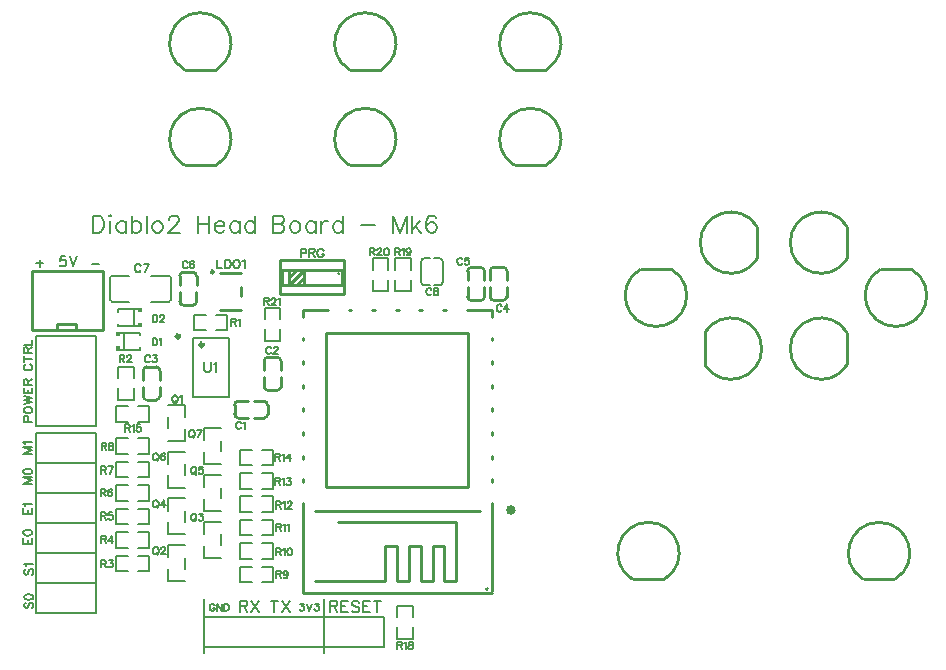
<source format=gto>
G04 Layer: TopSilkscreenLayer*
G04 EasyEDA v6.5.1, 2022-03-27 00:01:15*
G04 cc65af8350e74c879d8fba7fd4beee03,7d3f4a13764643a7838717c5c1d40531,10*
G04 Gerber Generator version 0.2*
G04 Scale: 100 percent, Rotated: No, Reflected: No *
G04 Dimensions in inches *
G04 leading zeros omitted , absolute positions ,3 integer and 6 decimal *
%FSLAX36Y36*%
%MOIN*%

%ADD10C,0.0100*%
%ADD16C,0.0060*%
%ADD38C,0.0080*%
%ADD39C,0.0080*%
%ADD40C,0.0071*%
%ADD41C,0.0060*%
%ADD42C,0.0157*%
%ADD43C,0.0118*%
%ADD44C,0.0050*%

%LPD*%
D44*
X1262500Y47139D02*
G01*
X1262500Y23339D01*
X1262500Y47139D02*
G01*
X1272700Y47139D01*
X1276099Y46039D01*
X1277299Y44940D01*
X1278400Y42640D01*
X1278400Y40340D01*
X1277299Y38040D01*
X1276099Y36939D01*
X1272700Y35839D01*
X1262500Y35839D01*
X1270500Y35839D02*
G01*
X1278400Y23339D01*
X1285900Y42640D02*
G01*
X1288199Y43739D01*
X1291599Y47139D01*
X1291599Y23339D01*
X1304799Y47139D02*
G01*
X1301400Y46039D01*
X1300200Y43739D01*
X1300200Y41439D01*
X1301400Y39239D01*
X1303599Y38040D01*
X1308199Y36939D01*
X1311599Y35839D01*
X1313900Y33539D01*
X1315000Y31239D01*
X1315000Y27840D01*
X1313900Y25540D01*
X1312700Y24439D01*
X1309300Y23339D01*
X1304799Y23339D01*
X1301400Y24439D01*
X1300200Y25540D01*
X1299099Y27840D01*
X1299099Y31239D01*
X1300200Y33539D01*
X1302500Y35839D01*
X1305900Y36939D01*
X1310500Y38040D01*
X1312700Y39239D01*
X1313900Y41439D01*
X1313900Y43739D01*
X1312700Y46039D01*
X1309300Y47139D01*
X1304799Y47139D01*
D38*
X246900Y1468274D02*
G01*
X246900Y1411075D01*
X246900Y1468274D02*
G01*
X265999Y1468274D01*
X274200Y1465574D01*
X279600Y1460174D01*
X282300Y1454675D01*
X285100Y1446475D01*
X285100Y1432874D01*
X282300Y1424675D01*
X279600Y1419274D01*
X274200Y1413775D01*
X265999Y1411075D01*
X246900Y1411075D01*
X303099Y1468274D02*
G01*
X305799Y1465574D01*
X308499Y1468274D01*
X305799Y1471075D01*
X303099Y1468274D01*
X305799Y1449274D02*
G01*
X305799Y1411075D01*
X359200Y1449274D02*
G01*
X359200Y1411075D01*
X359200Y1441075D02*
G01*
X353800Y1446475D01*
X348299Y1449274D01*
X340199Y1449274D01*
X334699Y1446475D01*
X329200Y1441075D01*
X326500Y1432874D01*
X326500Y1427375D01*
X329200Y1419274D01*
X334699Y1413775D01*
X340199Y1411075D01*
X348299Y1411075D01*
X353800Y1413775D01*
X359200Y1419274D01*
X377199Y1468274D02*
G01*
X377199Y1411075D01*
X377199Y1441075D02*
G01*
X382699Y1446475D01*
X388200Y1449274D01*
X396300Y1449274D01*
X401799Y1446475D01*
X407199Y1441075D01*
X410000Y1432874D01*
X410000Y1427375D01*
X407199Y1419274D01*
X401799Y1413775D01*
X396300Y1411075D01*
X388200Y1411075D01*
X382699Y1413775D01*
X377199Y1419274D01*
X428000Y1468274D02*
G01*
X428000Y1411075D01*
X459600Y1449274D02*
G01*
X454200Y1446475D01*
X448699Y1441075D01*
X445999Y1432874D01*
X445999Y1427375D01*
X448699Y1419274D01*
X454200Y1413775D01*
X459600Y1411075D01*
X467800Y1411075D01*
X473200Y1413775D01*
X478699Y1419274D01*
X481399Y1427375D01*
X481399Y1432874D01*
X478699Y1441075D01*
X473200Y1446475D01*
X467800Y1449274D01*
X459600Y1449274D01*
X502199Y1454675D02*
G01*
X502199Y1457375D01*
X504899Y1462874D01*
X507600Y1465574D01*
X513099Y1468274D01*
X524000Y1468274D01*
X529400Y1465574D01*
X532199Y1462874D01*
X534899Y1457375D01*
X534899Y1451975D01*
X532199Y1446475D01*
X526700Y1438274D01*
X499400Y1411075D01*
X537600Y1411075D01*
X597600Y1468274D02*
G01*
X597600Y1411075D01*
X635799Y1468274D02*
G01*
X635799Y1411075D01*
X597600Y1441075D02*
G01*
X635799Y1441075D01*
X653800Y1432874D02*
G01*
X686500Y1432874D01*
X686500Y1438274D01*
X683800Y1443775D01*
X681100Y1446475D01*
X675599Y1449274D01*
X667399Y1449274D01*
X661999Y1446475D01*
X656500Y1441075D01*
X653800Y1432874D01*
X653800Y1427375D01*
X656500Y1419274D01*
X661999Y1413775D01*
X667399Y1411075D01*
X675599Y1411075D01*
X681100Y1413775D01*
X686500Y1419274D01*
X737199Y1449274D02*
G01*
X737199Y1411075D01*
X737199Y1441075D02*
G01*
X731799Y1446475D01*
X726300Y1449274D01*
X718200Y1449274D01*
X712699Y1446475D01*
X707199Y1441075D01*
X704499Y1432874D01*
X704499Y1427375D01*
X707199Y1419274D01*
X712699Y1413775D01*
X718200Y1411075D01*
X726300Y1411075D01*
X731799Y1413775D01*
X737199Y1419274D01*
X788000Y1468274D02*
G01*
X788000Y1411075D01*
X788000Y1441075D02*
G01*
X782500Y1446475D01*
X777100Y1449274D01*
X768900Y1449274D01*
X763400Y1446475D01*
X758000Y1441075D01*
X755199Y1432874D01*
X755199Y1427375D01*
X758000Y1419274D01*
X763400Y1413775D01*
X768900Y1411075D01*
X777100Y1411075D01*
X782500Y1413775D01*
X788000Y1419274D01*
X848000Y1468274D02*
G01*
X848000Y1411075D01*
X848000Y1468274D02*
G01*
X872500Y1468274D01*
X880699Y1465574D01*
X883400Y1462874D01*
X886199Y1457375D01*
X886199Y1451975D01*
X883400Y1446475D01*
X880699Y1443775D01*
X872500Y1441075D01*
X848000Y1441075D02*
G01*
X872500Y1441075D01*
X880699Y1438274D01*
X883400Y1435574D01*
X886199Y1430174D01*
X886199Y1421975D01*
X883400Y1416475D01*
X880699Y1413775D01*
X872500Y1411075D01*
X848000Y1411075D01*
X917799Y1449274D02*
G01*
X912299Y1446475D01*
X906899Y1441075D01*
X904200Y1432874D01*
X904200Y1427375D01*
X906899Y1419274D01*
X912299Y1413775D01*
X917799Y1411075D01*
X926000Y1411075D01*
X931400Y1413775D01*
X936899Y1419274D01*
X939600Y1427375D01*
X939600Y1432874D01*
X936899Y1441075D01*
X931400Y1446475D01*
X926000Y1449274D01*
X917799Y1449274D01*
X990299Y1449274D02*
G01*
X990299Y1411075D01*
X990299Y1441075D02*
G01*
X984899Y1446475D01*
X979399Y1449274D01*
X971199Y1449274D01*
X965799Y1446475D01*
X960299Y1441075D01*
X957600Y1432874D01*
X957600Y1427375D01*
X960299Y1419274D01*
X965799Y1413775D01*
X971199Y1411075D01*
X979399Y1411075D01*
X984899Y1413775D01*
X990299Y1419274D01*
X1008299Y1449274D02*
G01*
X1008299Y1411075D01*
X1008299Y1432874D02*
G01*
X1011099Y1441075D01*
X1016499Y1446475D01*
X1021999Y1449274D01*
X1030200Y1449274D01*
X1080900Y1468274D02*
G01*
X1080900Y1411075D01*
X1080900Y1441075D02*
G01*
X1075399Y1446475D01*
X1070000Y1449274D01*
X1061800Y1449274D01*
X1056300Y1446475D01*
X1050900Y1441075D01*
X1048199Y1432874D01*
X1048199Y1427375D01*
X1050900Y1419274D01*
X1056300Y1413775D01*
X1061800Y1411075D01*
X1070000Y1411075D01*
X1075399Y1413775D01*
X1080900Y1419274D01*
X1140900Y1435574D02*
G01*
X1190000Y1435574D01*
X1250000Y1468274D02*
G01*
X1250000Y1411075D01*
X1250000Y1468274D02*
G01*
X1271800Y1411075D01*
X1293599Y1468274D02*
G01*
X1271800Y1411075D01*
X1293599Y1468274D02*
G01*
X1293599Y1411075D01*
X1311599Y1468274D02*
G01*
X1311599Y1411075D01*
X1338900Y1449274D02*
G01*
X1311599Y1421975D01*
X1322500Y1432874D02*
G01*
X1341599Y1411075D01*
X1392299Y1460174D02*
G01*
X1389600Y1465574D01*
X1381400Y1468274D01*
X1376000Y1468274D01*
X1367799Y1465574D01*
X1362299Y1457375D01*
X1359600Y1443775D01*
X1359600Y1430174D01*
X1362299Y1419274D01*
X1367799Y1413775D01*
X1376000Y1411075D01*
X1378699Y1411075D01*
X1386899Y1413775D01*
X1392299Y1419274D01*
X1395100Y1427375D01*
X1395100Y1430174D01*
X1392299Y1438274D01*
X1386899Y1443775D01*
X1378699Y1446475D01*
X1376000Y1446475D01*
X1367799Y1443775D01*
X1362299Y1438274D01*
X1359600Y1430174D01*
D16*
X17220Y781269D02*
G01*
X45819Y781269D01*
X17220Y781269D02*
G01*
X17220Y793569D01*
X18620Y797669D01*
X19920Y799070D01*
X22719Y800369D01*
X26819Y800369D01*
X29520Y799070D01*
X30819Y797669D01*
X32220Y793569D01*
X32220Y781269D01*
X17220Y817570D02*
G01*
X18620Y814870D01*
X21320Y812069D01*
X24020Y810770D01*
X28119Y809369D01*
X34920Y809369D01*
X39020Y810770D01*
X41819Y812069D01*
X44520Y814870D01*
X45819Y817570D01*
X45819Y823069D01*
X44520Y825770D01*
X41819Y828470D01*
X39020Y829870D01*
X34920Y831170D01*
X28119Y831170D01*
X24020Y829870D01*
X21320Y828470D01*
X18620Y825770D01*
X17220Y823069D01*
X17220Y817570D01*
X17220Y840169D02*
G01*
X45819Y847069D01*
X17220Y853870D02*
G01*
X45819Y847069D01*
X17220Y853870D02*
G01*
X45819Y860670D01*
X17220Y867469D02*
G01*
X45819Y860670D01*
X17220Y876469D02*
G01*
X45819Y876469D01*
X17220Y876469D02*
G01*
X17220Y894169D01*
X30819Y876469D02*
G01*
X30819Y887370D01*
X45819Y876469D02*
G01*
X45819Y894169D01*
X17220Y903170D02*
G01*
X45819Y903170D01*
X17220Y903170D02*
G01*
X17220Y915470D01*
X18620Y919569D01*
X19920Y920970D01*
X22719Y922269D01*
X25419Y922269D01*
X28119Y920970D01*
X29520Y919569D01*
X30819Y915470D01*
X30819Y903170D01*
X30819Y912770D02*
G01*
X45819Y922269D01*
X24020Y972770D02*
G01*
X21320Y971370D01*
X18620Y968670D01*
X17220Y965970D01*
X17220Y960470D01*
X18620Y957770D01*
X21320Y955070D01*
X24020Y953670D01*
X28119Y952269D01*
X34920Y952269D01*
X39020Y953670D01*
X41819Y955070D01*
X44520Y957770D01*
X45819Y960470D01*
X45819Y965970D01*
X44520Y968670D01*
X41819Y971370D01*
X39020Y972770D01*
X17220Y991269D02*
G01*
X45819Y991269D01*
X17220Y981770D02*
G01*
X17220Y1000869D01*
X17220Y1009870D02*
G01*
X45819Y1009870D01*
X17220Y1009870D02*
G01*
X17220Y1022069D01*
X18620Y1026170D01*
X19920Y1027570D01*
X22719Y1028969D01*
X25419Y1028969D01*
X28119Y1027570D01*
X29520Y1026170D01*
X30819Y1022069D01*
X30819Y1009870D01*
X30819Y1019369D02*
G01*
X45819Y1028969D01*
X17220Y1037970D02*
G01*
X45819Y1037970D01*
X45819Y1037970D02*
G01*
X45819Y1054270D01*
X58164Y1309189D02*
G01*
X82764Y1309189D01*
X70464Y1296889D02*
G01*
X70464Y1321390D01*
X156570Y1332204D02*
G01*
X140670Y1332204D01*
X139070Y1317905D01*
X140670Y1319504D01*
X145470Y1321104D01*
X150270Y1321104D01*
X154969Y1319504D01*
X158170Y1316305D01*
X159769Y1311505D01*
X159769Y1308305D01*
X158170Y1303604D01*
X154969Y1300405D01*
X150270Y1298805D01*
X145470Y1298805D01*
X140670Y1300405D01*
X139070Y1302004D01*
X137469Y1305104D01*
X170270Y1332204D02*
G01*
X182970Y1298805D01*
X195770Y1332204D02*
G01*
X182970Y1298805D01*
X268750Y1307966D02*
G01*
X244205Y1307966D01*
D44*
X939774Y175275D02*
G01*
X952274Y175275D01*
X945474Y166174D01*
X948874Y166174D01*
X951175Y164974D01*
X952274Y163874D01*
X953374Y160475D01*
X953374Y158175D01*
X952274Y154774D01*
X949975Y152474D01*
X946575Y151374D01*
X943175Y151374D01*
X939774Y152474D01*
X938675Y153674D01*
X937475Y155875D01*
X960874Y175275D02*
G01*
X969975Y151374D01*
X979075Y175275D02*
G01*
X969975Y151374D01*
X988874Y175275D02*
G01*
X1001374Y175275D01*
X994575Y166174D01*
X997974Y166174D01*
X1000275Y164974D01*
X1001374Y163874D01*
X1002475Y160475D01*
X1002475Y158175D01*
X1001374Y154774D01*
X999075Y152474D01*
X995675Y151374D01*
X992274Y151374D01*
X988874Y152474D01*
X987775Y153674D01*
X986575Y155875D01*
D16*
X853352Y184113D02*
G01*
X853352Y145931D01*
X840625Y184113D02*
G01*
X866080Y184113D01*
X878079Y184113D02*
G01*
X903533Y145931D01*
X903533Y184113D02*
G01*
X878079Y145931D01*
X737510Y184113D02*
G01*
X737510Y145931D01*
X737510Y184113D02*
G01*
X753874Y184113D01*
X759328Y182294D01*
X761145Y180477D01*
X762965Y176840D01*
X762965Y173204D01*
X761145Y169567D01*
X759328Y167750D01*
X753874Y165931D01*
X737510Y165931D01*
X750237Y165931D02*
G01*
X762965Y145931D01*
X774965Y184113D02*
G01*
X800419Y145931D01*
X800419Y184113D02*
G01*
X774965Y145931D01*
D44*
X654499Y169499D02*
G01*
X653400Y171799D01*
X651100Y174099D01*
X648899Y175199D01*
X644299Y175199D01*
X641999Y174099D01*
X639800Y171799D01*
X638600Y169499D01*
X637500Y166100D01*
X637500Y160500D01*
X638600Y156999D01*
X639800Y154800D01*
X641999Y152500D01*
X644299Y151399D01*
X648899Y151399D01*
X651100Y152500D01*
X653400Y154800D01*
X654499Y156999D01*
X654499Y160500D01*
X648899Y160500D02*
G01*
X654499Y160500D01*
X661999Y175199D02*
G01*
X661999Y151399D01*
X661999Y175199D02*
G01*
X678000Y151399D01*
X678000Y175199D02*
G01*
X678000Y151399D01*
X685500Y175199D02*
G01*
X685500Y151399D01*
X685500Y175199D02*
G01*
X693400Y175199D01*
X696799Y174099D01*
X699099Y171799D01*
X700199Y169499D01*
X701399Y166100D01*
X701399Y160500D01*
X700199Y156999D01*
X699099Y154800D01*
X696799Y152500D01*
X693400Y151399D01*
X685500Y151399D01*
X1376450Y1221095D02*
G01*
X1375249Y1223395D01*
X1373050Y1225695D01*
X1370749Y1226795D01*
X1366149Y1226795D01*
X1363950Y1225695D01*
X1361649Y1223395D01*
X1360550Y1221095D01*
X1359350Y1217694D01*
X1359350Y1212094D01*
X1360550Y1208595D01*
X1361649Y1206395D01*
X1363950Y1204095D01*
X1366149Y1202995D01*
X1370749Y1202995D01*
X1373050Y1204095D01*
X1375249Y1206395D01*
X1376450Y1208595D01*
X1389650Y1226795D02*
G01*
X1386149Y1225695D01*
X1385050Y1223395D01*
X1385050Y1221095D01*
X1386149Y1218895D01*
X1388450Y1217694D01*
X1393050Y1216595D01*
X1396450Y1215495D01*
X1398649Y1213195D01*
X1399849Y1210895D01*
X1399849Y1207494D01*
X1398649Y1205194D01*
X1397550Y1204095D01*
X1394149Y1202995D01*
X1389650Y1202995D01*
X1386149Y1204095D01*
X1385050Y1205194D01*
X1383950Y1207494D01*
X1383950Y1210895D01*
X1385050Y1213195D01*
X1387349Y1215495D01*
X1390749Y1216595D01*
X1395249Y1217694D01*
X1397550Y1218895D01*
X1398649Y1221095D01*
X1398649Y1223395D01*
X1397550Y1225695D01*
X1394149Y1226795D01*
X1389650Y1226795D01*
D16*
X519299Y869000D02*
G01*
X516999Y867800D01*
X514800Y865599D01*
X513600Y863299D01*
X512500Y859899D01*
X512500Y854200D01*
X513600Y850799D01*
X514800Y848499D01*
X516999Y846199D01*
X519299Y845100D01*
X523899Y845100D01*
X526100Y846199D01*
X528400Y848499D01*
X529499Y850799D01*
X530700Y854200D01*
X530700Y859899D01*
X529499Y863299D01*
X528400Y865599D01*
X526100Y867800D01*
X523899Y869000D01*
X519299Y869000D01*
X522699Y849699D02*
G01*
X529499Y842800D01*
X538200Y864400D02*
G01*
X540500Y865599D01*
X543899Y869000D01*
X543899Y845100D01*
X455500Y363499D02*
G01*
X453200Y362399D01*
X450900Y360100D01*
X449800Y357800D01*
X448699Y354400D01*
X448699Y348699D01*
X449800Y345300D01*
X450900Y343000D01*
X453200Y340799D01*
X455500Y339600D01*
X460000Y339600D01*
X462300Y340799D01*
X464600Y343000D01*
X465700Y345300D01*
X466900Y348699D01*
X466900Y354400D01*
X465700Y357800D01*
X464600Y360100D01*
X462300Y362399D01*
X460000Y363499D01*
X455500Y363499D01*
X458899Y344200D02*
G01*
X465700Y337399D01*
X475500Y357800D02*
G01*
X475500Y358899D01*
X476599Y361199D01*
X477800Y362399D01*
X480000Y363499D01*
X484600Y363499D01*
X486900Y362399D01*
X488000Y361199D01*
X489099Y358899D01*
X489099Y356700D01*
X488000Y354400D01*
X485700Y350999D01*
X474400Y339600D01*
X490300Y339600D01*
X581799Y475199D02*
G01*
X579499Y474099D01*
X577300Y471799D01*
X576100Y469499D01*
X575000Y466100D01*
X575000Y460500D01*
X576100Y456999D01*
X577300Y454800D01*
X579499Y452500D01*
X581799Y451399D01*
X586399Y451399D01*
X588600Y452500D01*
X590900Y454800D01*
X591999Y456999D01*
X593200Y460500D01*
X593200Y466100D01*
X591999Y469499D01*
X590900Y471799D01*
X588600Y474099D01*
X586399Y475199D01*
X581799Y475199D01*
X585199Y455900D02*
G01*
X591999Y449099D01*
X603000Y475199D02*
G01*
X615500Y475199D01*
X608600Y466100D01*
X611999Y466100D01*
X614299Y465000D01*
X615500Y463899D01*
X616599Y460500D01*
X616599Y458200D01*
X615500Y454800D01*
X613200Y452500D01*
X609800Y451399D01*
X606399Y451399D01*
X603000Y452500D01*
X601799Y453600D01*
X600700Y455900D01*
X455500Y519699D02*
G01*
X453200Y518499D01*
X450900Y516300D01*
X449800Y514000D01*
X448699Y510599D01*
X448699Y504899D01*
X449800Y501500D01*
X450900Y499200D01*
X453200Y496900D01*
X455500Y495799D01*
X460000Y495799D01*
X462300Y496900D01*
X464600Y499200D01*
X465700Y501500D01*
X466900Y504899D01*
X466900Y510599D01*
X465700Y514000D01*
X464600Y516300D01*
X462300Y518499D01*
X460000Y519699D01*
X455500Y519699D01*
X458899Y500399D02*
G01*
X465700Y493499D01*
X485700Y519699D02*
G01*
X474400Y503800D01*
X491399Y503800D01*
X485700Y519699D02*
G01*
X485700Y495799D01*
X581799Y631500D02*
G01*
X579499Y630300D01*
X577300Y628099D01*
X576100Y625799D01*
X575000Y622399D01*
X575000Y616700D01*
X576100Y613299D01*
X577300Y610999D01*
X579499Y608699D01*
X581799Y607600D01*
X586399Y607600D01*
X588600Y608699D01*
X590900Y610999D01*
X591999Y613299D01*
X593200Y616700D01*
X593200Y622399D01*
X591999Y625799D01*
X590900Y628099D01*
X588600Y630300D01*
X586399Y631500D01*
X581799Y631500D01*
X585199Y612199D02*
G01*
X591999Y605300D01*
X614299Y631500D02*
G01*
X603000Y631500D01*
X601799Y621199D01*
X603000Y622399D01*
X606399Y623499D01*
X609800Y623499D01*
X613200Y622399D01*
X615500Y620100D01*
X616599Y616700D01*
X616599Y614400D01*
X615500Y610999D01*
X613200Y608699D01*
X609800Y607600D01*
X606399Y607600D01*
X603000Y608699D01*
X601799Y609899D01*
X600700Y612199D01*
X455500Y675999D02*
G01*
X453200Y674899D01*
X450999Y672600D01*
X449800Y670300D01*
X448699Y666900D01*
X448699Y661199D01*
X449800Y657800D01*
X450999Y655500D01*
X453200Y653299D01*
X455500Y652100D01*
X460000Y652100D01*
X462300Y653299D01*
X464600Y655500D01*
X465700Y657800D01*
X466900Y661199D01*
X466900Y666900D01*
X465700Y670300D01*
X464600Y672600D01*
X462300Y674899D01*
X460000Y675999D01*
X455500Y675999D01*
X458899Y656700D02*
G01*
X465700Y649899D01*
X488000Y672600D02*
G01*
X486900Y674899D01*
X483499Y675999D01*
X481199Y675999D01*
X477800Y674899D01*
X475500Y671399D01*
X474400Y665799D01*
X474400Y660100D01*
X475500Y655500D01*
X477800Y653299D01*
X481199Y652100D01*
X482300Y652100D01*
X485700Y653299D01*
X488000Y655500D01*
X489099Y658899D01*
X489099Y660100D01*
X488000Y663499D01*
X485700Y665799D01*
X482300Y666900D01*
X481199Y666900D01*
X477800Y665799D01*
X475500Y663499D01*
X474400Y660100D01*
X575520Y753375D02*
G01*
X573319Y752175D01*
X571019Y749974D01*
X569920Y747674D01*
X568719Y744274D01*
X568719Y738575D01*
X569920Y735174D01*
X571019Y732874D01*
X573319Y730574D01*
X575520Y729475D01*
X580120Y729475D01*
X582420Y730574D01*
X584619Y732874D01*
X585819Y735174D01*
X586920Y738575D01*
X586920Y744274D01*
X585819Y747674D01*
X584619Y749974D01*
X582420Y752175D01*
X580120Y753375D01*
X575520Y753375D01*
X579020Y734074D02*
G01*
X585819Y727175D01*
X610320Y753375D02*
G01*
X599020Y729475D01*
X594420Y753375D02*
G01*
X610320Y753375D01*
X1037494Y184099D02*
G01*
X1037494Y145900D01*
X1037494Y184099D02*
G01*
X1053895Y184099D01*
X1059295Y182300D01*
X1061094Y180500D01*
X1062995Y176799D01*
X1062995Y173200D01*
X1061094Y169600D01*
X1059295Y167699D01*
X1053895Y165900D01*
X1037494Y165900D01*
X1050195Y165900D02*
G01*
X1062995Y145900D01*
X1074994Y184099D02*
G01*
X1074994Y145900D01*
X1074994Y184099D02*
G01*
X1098594Y184099D01*
X1074994Y165900D02*
G01*
X1089494Y165900D01*
X1074994Y145900D02*
G01*
X1098594Y145900D01*
X1135995Y178699D02*
G01*
X1132394Y182300D01*
X1126994Y184099D01*
X1119695Y184099D01*
X1114194Y182300D01*
X1110595Y178699D01*
X1110595Y175000D01*
X1112394Y171399D01*
X1114194Y169600D01*
X1117894Y167699D01*
X1128795Y164099D01*
X1132394Y162300D01*
X1134194Y160500D01*
X1135995Y156799D01*
X1135995Y151399D01*
X1132394Y147699D01*
X1126994Y145900D01*
X1119695Y145900D01*
X1114194Y147699D01*
X1110595Y151399D01*
X1147995Y184099D02*
G01*
X1147995Y145900D01*
X1147995Y184099D02*
G01*
X1171694Y184099D01*
X1147995Y165900D02*
G01*
X1162595Y165900D01*
X1147995Y145900D02*
G01*
X1171694Y145900D01*
X1196395Y184099D02*
G01*
X1196395Y145900D01*
X1183694Y184099D02*
G01*
X1209094Y184099D01*
D38*
X1562025Y221250D02*
G01*
X1565625Y224850D01*
X1562025Y228449D01*
X1558325Y224850D01*
X1562025Y221250D01*
D44*
X1256250Y1359574D02*
G01*
X1256250Y1335774D01*
X1256250Y1359574D02*
G01*
X1266450Y1359574D01*
X1269849Y1358474D01*
X1271049Y1357375D01*
X1272150Y1355075D01*
X1272150Y1352775D01*
X1271049Y1350475D01*
X1269849Y1349375D01*
X1266450Y1348274D01*
X1256250Y1348274D01*
X1264250Y1348274D02*
G01*
X1272150Y1335774D01*
X1279650Y1355075D02*
G01*
X1281949Y1356174D01*
X1285349Y1359574D01*
X1285349Y1335774D01*
X1307650Y1351675D02*
G01*
X1306450Y1348274D01*
X1304250Y1345974D01*
X1300749Y1344875D01*
X1299650Y1344875D01*
X1296250Y1345974D01*
X1293950Y1348274D01*
X1292849Y1351675D01*
X1292849Y1352775D01*
X1293950Y1356174D01*
X1296250Y1358474D01*
X1299650Y1359574D01*
X1300749Y1359574D01*
X1304250Y1358474D01*
X1306450Y1356174D01*
X1307650Y1351675D01*
X1307650Y1345974D01*
X1306450Y1340275D01*
X1304250Y1336875D01*
X1300749Y1335774D01*
X1298549Y1335774D01*
X1295150Y1336875D01*
X1293950Y1339175D01*
X1171875Y1359574D02*
G01*
X1171875Y1335774D01*
X1171875Y1359574D02*
G01*
X1182075Y1359574D01*
X1185474Y1358474D01*
X1186674Y1357375D01*
X1187775Y1355075D01*
X1187775Y1352775D01*
X1186674Y1350475D01*
X1185474Y1349375D01*
X1182075Y1348274D01*
X1171875Y1348274D01*
X1179875Y1348274D02*
G01*
X1187775Y1335774D01*
X1196374Y1353874D02*
G01*
X1196374Y1355075D01*
X1197574Y1357375D01*
X1198675Y1358474D01*
X1200974Y1359574D01*
X1205474Y1359574D01*
X1207775Y1358474D01*
X1208874Y1357375D01*
X1210074Y1355075D01*
X1210074Y1352775D01*
X1208874Y1350475D01*
X1206674Y1347074D01*
X1195275Y1335774D01*
X1211175Y1335774D01*
X1225474Y1359574D02*
G01*
X1222075Y1358474D01*
X1219875Y1355075D01*
X1218675Y1349375D01*
X1218675Y1345974D01*
X1219875Y1340275D01*
X1222075Y1336875D01*
X1225474Y1335774D01*
X1227775Y1335774D01*
X1231175Y1336875D01*
X1233474Y1340275D01*
X1234575Y1345974D01*
X1234575Y1349375D01*
X1233474Y1355075D01*
X1231175Y1358474D01*
X1227775Y1359574D01*
X1225474Y1359574D01*
X818750Y1193949D02*
G01*
X818750Y1170149D01*
X818750Y1193949D02*
G01*
X828950Y1193949D01*
X832349Y1192849D01*
X833549Y1191750D01*
X834650Y1189450D01*
X834650Y1187150D01*
X833549Y1184850D01*
X832349Y1183750D01*
X828950Y1182649D01*
X818750Y1182649D01*
X826750Y1182649D02*
G01*
X834650Y1170149D01*
X843249Y1188249D02*
G01*
X843249Y1189450D01*
X844449Y1191750D01*
X845550Y1192849D01*
X847849Y1193949D01*
X852349Y1193949D01*
X854650Y1192849D01*
X855749Y1191750D01*
X856949Y1189450D01*
X856949Y1187150D01*
X855749Y1184850D01*
X853549Y1181449D01*
X842150Y1170149D01*
X858050Y1170149D01*
X865550Y1189450D02*
G01*
X867849Y1190549D01*
X871250Y1193949D01*
X871250Y1170149D01*
X1610749Y1166379D02*
G01*
X1609650Y1168679D01*
X1607349Y1170979D01*
X1605150Y1172080D01*
X1600550Y1172080D01*
X1598249Y1170979D01*
X1596049Y1168679D01*
X1594849Y1166379D01*
X1593750Y1162979D01*
X1593750Y1157379D01*
X1594849Y1153879D01*
X1596049Y1151680D01*
X1598249Y1149380D01*
X1600550Y1148279D01*
X1605150Y1148279D01*
X1607349Y1149380D01*
X1609650Y1151680D01*
X1610749Y1153879D01*
X1629650Y1172080D02*
G01*
X1618249Y1156179D01*
X1635349Y1156179D01*
X1629650Y1172080D02*
G01*
X1629650Y1148279D01*
X1479489Y1322629D02*
G01*
X1478389Y1324929D01*
X1476090Y1327229D01*
X1473890Y1328330D01*
X1469290Y1328330D01*
X1466989Y1327229D01*
X1464790Y1324929D01*
X1463590Y1322629D01*
X1462489Y1319229D01*
X1462489Y1313629D01*
X1463590Y1310129D01*
X1464790Y1307930D01*
X1466989Y1305630D01*
X1469290Y1304529D01*
X1473890Y1304529D01*
X1476090Y1305630D01*
X1478389Y1307930D01*
X1479489Y1310129D01*
X1500690Y1328330D02*
G01*
X1489290Y1328330D01*
X1488190Y1318130D01*
X1489290Y1319229D01*
X1492690Y1320430D01*
X1496090Y1320430D01*
X1499489Y1319229D01*
X1501790Y1317029D01*
X1502989Y1313629D01*
X1502989Y1311329D01*
X1501790Y1307930D01*
X1499489Y1305630D01*
X1496090Y1304529D01*
X1492690Y1304529D01*
X1489290Y1305630D01*
X1488190Y1306729D01*
X1486989Y1309029D01*
X564499Y1311089D02*
G01*
X563400Y1313389D01*
X561100Y1315689D01*
X558899Y1316790D01*
X554299Y1316790D01*
X551999Y1315689D01*
X549800Y1313389D01*
X548600Y1311089D01*
X547500Y1307689D01*
X547500Y1302089D01*
X548600Y1298589D01*
X549800Y1296390D01*
X551999Y1294090D01*
X554299Y1292989D01*
X558899Y1292989D01*
X561100Y1294090D01*
X563400Y1296390D01*
X564499Y1298589D01*
X585700Y1313389D02*
G01*
X584499Y1315689D01*
X581100Y1316790D01*
X578899Y1316790D01*
X575500Y1315689D01*
X573200Y1312289D01*
X571999Y1306590D01*
X571999Y1300889D01*
X573200Y1296390D01*
X575500Y1294090D01*
X578899Y1292989D01*
X580000Y1292989D01*
X583400Y1294090D01*
X585700Y1296390D01*
X586799Y1299789D01*
X586799Y1300889D01*
X585700Y1304290D01*
X583400Y1306590D01*
X580000Y1307689D01*
X578899Y1307689D01*
X575500Y1306590D01*
X573200Y1304290D01*
X571999Y1300889D01*
D16*
X662474Y1320925D02*
G01*
X662474Y1292224D01*
X662474Y1292224D02*
G01*
X678874Y1292224D01*
X687874Y1320925D02*
G01*
X687874Y1292224D01*
X687874Y1320925D02*
G01*
X697375Y1320925D01*
X701475Y1319524D01*
X704274Y1316824D01*
X705574Y1314124D01*
X706975Y1310025D01*
X706975Y1303125D01*
X705574Y1299124D01*
X704274Y1296325D01*
X701475Y1293625D01*
X697375Y1292224D01*
X687874Y1292224D01*
X724175Y1320925D02*
G01*
X721374Y1319524D01*
X718674Y1316824D01*
X717274Y1314124D01*
X715974Y1310025D01*
X715974Y1303125D01*
X717274Y1299124D01*
X718674Y1296325D01*
X721374Y1293625D01*
X724175Y1292224D01*
X729574Y1292224D01*
X732274Y1293625D01*
X735075Y1296325D01*
X736374Y1299124D01*
X737775Y1303125D01*
X737775Y1310025D01*
X736374Y1314124D01*
X735075Y1316824D01*
X732274Y1319524D01*
X729574Y1320925D01*
X724175Y1320925D01*
X746774Y1315425D02*
G01*
X749475Y1316824D01*
X753575Y1320925D01*
X753575Y1292224D01*
X940675Y1358375D02*
G01*
X940675Y1329774D01*
X940675Y1358375D02*
G01*
X952875Y1358375D01*
X956975Y1357074D01*
X958374Y1355675D01*
X959674Y1352975D01*
X959674Y1348874D01*
X958374Y1346075D01*
X956975Y1344774D01*
X952875Y1343375D01*
X940675Y1343375D01*
X968675Y1358375D02*
G01*
X968675Y1329774D01*
X968675Y1358375D02*
G01*
X980974Y1358375D01*
X985074Y1357074D01*
X986475Y1355675D01*
X987775Y1352975D01*
X987775Y1350174D01*
X986475Y1347474D01*
X985074Y1346075D01*
X980974Y1344774D01*
X968675Y1344774D01*
X978275Y1344774D02*
G01*
X987775Y1329774D01*
X1017274Y1351574D02*
G01*
X1015874Y1354274D01*
X1013175Y1357074D01*
X1010474Y1358375D01*
X1004975Y1358375D01*
X1002274Y1357074D01*
X999575Y1354274D01*
X998175Y1351574D01*
X996774Y1347474D01*
X996774Y1340675D01*
X998175Y1336574D01*
X999575Y1333874D01*
X1002274Y1331075D01*
X1004975Y1329774D01*
X1010474Y1329774D01*
X1013175Y1331075D01*
X1015874Y1333874D01*
X1017274Y1336574D01*
X1017274Y1340675D01*
X1010474Y1340675D02*
G01*
X1017274Y1340675D01*
X1067025Y1277249D02*
G01*
X1065625Y1275850D01*
X1067025Y1274450D01*
X1068325Y1275850D01*
X1067025Y1277249D01*
X709394Y1125185D02*
G01*
X709394Y1101385D01*
X709394Y1125185D02*
G01*
X719594Y1125185D01*
X722995Y1124085D01*
X724194Y1122984D01*
X725295Y1120684D01*
X725295Y1118384D01*
X724194Y1116185D01*
X722995Y1114985D01*
X719594Y1113885D01*
X709394Y1113885D01*
X717294Y1113885D02*
G01*
X725295Y1101385D01*
X732795Y1120684D02*
G01*
X735095Y1121784D01*
X738494Y1125185D01*
X738494Y1101385D01*
X407919Y1301628D02*
G01*
X406619Y1304328D01*
X403818Y1307029D01*
X401118Y1308429D01*
X395718Y1308429D01*
X392919Y1307029D01*
X390219Y1304328D01*
X388818Y1301628D01*
X387519Y1297528D01*
X387519Y1290628D01*
X388818Y1286628D01*
X390219Y1283829D01*
X392919Y1281129D01*
X395718Y1279729D01*
X401118Y1279729D01*
X403818Y1281129D01*
X406619Y1283829D01*
X407919Y1286628D01*
X436019Y1308429D02*
G01*
X422418Y1279729D01*
X416918Y1308429D02*
G01*
X436019Y1308429D01*
D44*
X275625Y319625D02*
G01*
X275625Y295824D01*
X275625Y319625D02*
G01*
X285824Y319625D01*
X289225Y318524D01*
X290425Y317424D01*
X291525Y315124D01*
X291525Y312824D01*
X290425Y310524D01*
X289225Y309425D01*
X285824Y308324D01*
X275625Y308324D01*
X283625Y308324D02*
G01*
X291525Y295824D01*
X301325Y319625D02*
G01*
X313825Y319625D01*
X307024Y310524D01*
X310425Y310524D01*
X312624Y309425D01*
X313825Y308324D01*
X314924Y304924D01*
X314924Y302624D01*
X313825Y299225D01*
X311525Y296925D01*
X308125Y295824D01*
X304724Y295824D01*
X301325Y296925D01*
X300124Y298024D01*
X299025Y300324D01*
X275625Y400250D02*
G01*
X275625Y376449D01*
X275625Y400250D02*
G01*
X285824Y400250D01*
X289225Y399149D01*
X290425Y398049D01*
X291525Y395749D01*
X291525Y393449D01*
X290425Y391149D01*
X289225Y390050D01*
X285824Y388949D01*
X275625Y388949D01*
X283625Y388949D02*
G01*
X291525Y376449D01*
X310425Y400250D02*
G01*
X299025Y384349D01*
X316125Y384349D01*
X310425Y400250D02*
G01*
X310425Y376449D01*
X275625Y479000D02*
G01*
X275625Y455199D01*
X275625Y479000D02*
G01*
X285824Y479000D01*
X289225Y477899D01*
X290425Y476799D01*
X291525Y474499D01*
X291525Y472199D01*
X290425Y469899D01*
X289225Y468800D01*
X285824Y467699D01*
X275625Y467699D01*
X283625Y467699D02*
G01*
X291525Y455199D01*
X312624Y479000D02*
G01*
X301325Y479000D01*
X300124Y468800D01*
X301325Y469899D01*
X304724Y471100D01*
X308125Y471100D01*
X311525Y469899D01*
X313825Y467699D01*
X314924Y464299D01*
X314924Y461999D01*
X313825Y458600D01*
X311525Y456300D01*
X308125Y455199D01*
X304724Y455199D01*
X301325Y456300D01*
X300124Y457399D01*
X299025Y459699D01*
X275000Y556449D02*
G01*
X275000Y532649D01*
X275000Y556449D02*
G01*
X285199Y556449D01*
X288600Y555349D01*
X289800Y554250D01*
X290900Y551950D01*
X290900Y549650D01*
X289800Y547350D01*
X288600Y546250D01*
X285199Y545149D01*
X275000Y545149D01*
X283000Y545149D02*
G01*
X290900Y532649D01*
X311999Y553049D02*
G01*
X310900Y555349D01*
X307500Y556449D01*
X305199Y556449D01*
X301799Y555349D01*
X299499Y551950D01*
X298400Y546250D01*
X298400Y540549D01*
X299499Y536050D01*
X301799Y533750D01*
X305199Y532649D01*
X306399Y532649D01*
X309800Y533750D01*
X311999Y536050D01*
X313200Y539450D01*
X313200Y540549D01*
X311999Y543949D01*
X309800Y546250D01*
X306399Y547350D01*
X305199Y547350D01*
X301799Y546250D01*
X299499Y543949D01*
X298400Y540549D01*
X276250Y632175D02*
G01*
X276250Y608375D01*
X276250Y632175D02*
G01*
X286449Y632175D01*
X289850Y631075D01*
X291050Y629974D01*
X292150Y627674D01*
X292150Y625374D01*
X291050Y623074D01*
X289850Y621975D01*
X286449Y620875D01*
X276250Y620875D01*
X284250Y620875D02*
G01*
X292150Y608375D01*
X315549Y632175D02*
G01*
X304250Y608375D01*
X299650Y632175D02*
G01*
X315549Y632175D01*
X277500Y710275D02*
G01*
X277500Y686475D01*
X277500Y710275D02*
G01*
X287699Y710275D01*
X291100Y709175D01*
X292300Y708074D01*
X293400Y705774D01*
X293400Y703474D01*
X292300Y701174D01*
X291100Y700075D01*
X287699Y698975D01*
X277500Y698975D01*
X285500Y698975D02*
G01*
X293400Y686475D01*
X306599Y710275D02*
G01*
X303200Y709175D01*
X301999Y706875D01*
X301999Y704574D01*
X303200Y702375D01*
X305500Y701174D01*
X310000Y700075D01*
X313400Y698975D01*
X315700Y696675D01*
X316799Y694375D01*
X316799Y690974D01*
X315700Y688674D01*
X314499Y687575D01*
X311100Y686475D01*
X306599Y686475D01*
X303200Y687575D01*
X301999Y688674D01*
X300900Y690974D01*
X300900Y694375D01*
X301999Y696675D01*
X304299Y698975D01*
X307699Y700075D01*
X312300Y701174D01*
X314499Y702375D01*
X315700Y704574D01*
X315700Y706875D01*
X314499Y709175D01*
X311100Y710275D01*
X306599Y710275D01*
D16*
X618694Y979083D02*
G01*
X618694Y955183D01*
X620293Y950383D01*
X623494Y947283D01*
X628294Y945684D01*
X631493Y945684D01*
X636194Y947283D01*
X639394Y950383D01*
X640994Y955183D01*
X640994Y979083D01*
X651493Y972683D02*
G01*
X654693Y974283D01*
X659493Y979083D01*
X659493Y945684D01*
X23825Y178449D02*
G01*
X21125Y175749D01*
X19724Y171649D01*
X19724Y166149D01*
X21125Y162150D01*
X23825Y159349D01*
X26525Y159349D01*
X29225Y160749D01*
X30625Y162150D01*
X32024Y164850D01*
X34724Y173049D01*
X36125Y175749D01*
X37424Y177150D01*
X40225Y178449D01*
X44225Y178449D01*
X47024Y175749D01*
X48324Y171649D01*
X48324Y166149D01*
X47024Y162150D01*
X44225Y159349D01*
X19724Y195650D02*
G01*
X21125Y191550D01*
X25225Y188850D01*
X32024Y187449D01*
X36125Y187449D01*
X42925Y188850D01*
X47024Y191550D01*
X48324Y195650D01*
X48324Y198350D01*
X47024Y202449D01*
X42925Y205149D01*
X36125Y206550D01*
X32024Y206550D01*
X25225Y205149D01*
X21125Y202449D01*
X19724Y198350D01*
X19724Y195650D01*
X23800Y290974D02*
G01*
X21100Y288274D01*
X19699Y284175D01*
X19699Y278674D01*
X21100Y274574D01*
X23800Y271875D01*
X26500Y271875D01*
X29299Y273274D01*
X30599Y274574D01*
X31999Y277375D01*
X34699Y285475D01*
X36100Y288274D01*
X37500Y289574D01*
X40199Y290974D01*
X44299Y290974D01*
X46999Y288274D01*
X48400Y284175D01*
X48400Y278674D01*
X46999Y274574D01*
X44299Y271875D01*
X25199Y299974D02*
G01*
X23800Y302674D01*
X19699Y306774D01*
X48400Y306774D01*
X742024Y775774D02*
G01*
X740925Y778074D01*
X738625Y780374D01*
X736325Y781475D01*
X731824Y781475D01*
X729524Y780374D01*
X727224Y778074D01*
X726125Y775774D01*
X725025Y772375D01*
X725025Y766675D01*
X726125Y763274D01*
X727224Y760974D01*
X729524Y758775D01*
X731824Y757575D01*
X736325Y757575D01*
X738625Y758775D01*
X740925Y760974D01*
X742024Y763274D01*
X749524Y776975D02*
G01*
X751824Y778074D01*
X755225Y781475D01*
X755225Y757575D01*
X842074Y1025794D02*
G01*
X840874Y1028094D01*
X838674Y1030293D01*
X836373Y1031493D01*
X831773Y1031493D01*
X829574Y1030293D01*
X827273Y1028094D01*
X826174Y1025794D01*
X824974Y1022393D01*
X824974Y1016694D01*
X826174Y1013294D01*
X827273Y1010994D01*
X829574Y1008793D01*
X831773Y1007593D01*
X836373Y1007593D01*
X838674Y1008793D01*
X840874Y1010994D01*
X842074Y1013294D01*
X850673Y1025794D02*
G01*
X850673Y1026894D01*
X851773Y1029194D01*
X852974Y1030293D01*
X855273Y1031493D01*
X859773Y1031493D01*
X862074Y1030293D01*
X863173Y1029194D01*
X864273Y1026894D01*
X864273Y1024693D01*
X863173Y1022393D01*
X860874Y1018993D01*
X849574Y1007593D01*
X865474Y1007593D01*
X438924Y997629D02*
G01*
X437824Y999929D01*
X435524Y1002229D01*
X433225Y1003330D01*
X428724Y1003330D01*
X426424Y1002229D01*
X424124Y999929D01*
X423024Y997629D01*
X421925Y994229D01*
X421925Y988530D01*
X423024Y985129D01*
X424124Y982930D01*
X426424Y980630D01*
X428724Y979529D01*
X433225Y979529D01*
X435524Y980630D01*
X437824Y982930D01*
X438924Y985129D01*
X448724Y1003330D02*
G01*
X461224Y1003330D01*
X454425Y994229D01*
X457824Y994229D01*
X460025Y993130D01*
X461224Y992029D01*
X462325Y988530D01*
X462325Y986329D01*
X461224Y982930D01*
X458924Y980630D01*
X455524Y979529D01*
X452125Y979529D01*
X448724Y980630D01*
X447525Y981729D01*
X446424Y984029D01*
D44*
X859324Y284630D02*
G01*
X859324Y260729D01*
X859324Y284630D02*
G01*
X869624Y284630D01*
X873024Y283429D01*
X874125Y282330D01*
X875325Y280030D01*
X875325Y277829D01*
X874125Y275529D01*
X873024Y274329D01*
X869624Y273229D01*
X859324Y273229D01*
X867325Y273229D02*
G01*
X875325Y260729D01*
X897524Y276630D02*
G01*
X896424Y273229D01*
X894125Y270929D01*
X890725Y269830D01*
X889624Y269830D01*
X886225Y270929D01*
X883924Y273229D01*
X882825Y276630D01*
X882825Y277829D01*
X883924Y281230D01*
X886225Y283429D01*
X889624Y284630D01*
X890725Y284630D01*
X894125Y283429D01*
X896424Y281230D01*
X897524Y276630D01*
X897524Y270929D01*
X896424Y265329D01*
X894125Y261829D01*
X890725Y260729D01*
X888424Y260729D01*
X885024Y261829D01*
X883924Y264130D01*
X859345Y359654D02*
G01*
X859345Y335754D01*
X859345Y359654D02*
G01*
X869645Y359654D01*
X873045Y358454D01*
X874144Y357354D01*
X875245Y355055D01*
X875245Y352755D01*
X874144Y350554D01*
X873045Y349355D01*
X869645Y348254D01*
X859345Y348254D01*
X867344Y348254D02*
G01*
X875245Y335754D01*
X882745Y355055D02*
G01*
X885045Y356154D01*
X888445Y359654D01*
X888445Y335754D01*
X902745Y359654D02*
G01*
X899345Y358454D01*
X897145Y355055D01*
X895945Y349355D01*
X895945Y345954D01*
X897145Y340255D01*
X899345Y336855D01*
X902745Y335754D01*
X905045Y335754D01*
X908445Y336855D01*
X910744Y340255D01*
X911845Y345954D01*
X911845Y349355D01*
X910744Y355055D01*
X908445Y358454D01*
X905045Y359654D01*
X902745Y359654D01*
X859354Y440830D02*
G01*
X859354Y417029D01*
X859354Y440830D02*
G01*
X869555Y440830D01*
X873055Y439729D01*
X874155Y438629D01*
X875254Y436329D01*
X875254Y434029D01*
X874155Y431729D01*
X873055Y430630D01*
X869555Y429529D01*
X859354Y429529D01*
X867354Y429529D02*
G01*
X875254Y417029D01*
X882754Y436329D02*
G01*
X885055Y437429D01*
X888455Y440830D01*
X888455Y417029D01*
X895955Y436329D02*
G01*
X898254Y437429D01*
X901655Y440830D01*
X901655Y417029D01*
X859395Y515904D02*
G01*
X859395Y492004D01*
X859395Y515904D02*
G01*
X869594Y515904D01*
X872995Y514704D01*
X874094Y513604D01*
X875294Y511305D01*
X875294Y509005D01*
X874094Y506804D01*
X872995Y505605D01*
X869594Y504504D01*
X859395Y504504D01*
X867295Y504504D02*
G01*
X875294Y492004D01*
X882794Y511305D02*
G01*
X885095Y512404D01*
X888495Y515904D01*
X888495Y492004D01*
X897094Y510205D02*
G01*
X897094Y511305D01*
X898194Y513604D01*
X899395Y514704D01*
X901594Y515904D01*
X906194Y515904D01*
X908495Y514704D01*
X909594Y513604D01*
X910694Y511305D01*
X910694Y509005D01*
X909594Y506804D01*
X907295Y503404D01*
X895995Y492004D01*
X911895Y492004D01*
X856295Y594025D02*
G01*
X856295Y570124D01*
X856295Y594025D02*
G01*
X866495Y594025D01*
X869894Y592824D01*
X870995Y591725D01*
X872195Y589425D01*
X872195Y587125D01*
X870995Y584924D01*
X869894Y583724D01*
X866495Y582624D01*
X856295Y582624D01*
X864194Y582624D02*
G01*
X872195Y570124D01*
X879695Y589425D02*
G01*
X881895Y590524D01*
X885294Y594025D01*
X885294Y570124D01*
X895095Y594025D02*
G01*
X907595Y594025D01*
X900794Y584924D01*
X904194Y584924D01*
X906495Y583724D01*
X907595Y582624D01*
X908795Y579225D01*
X908795Y576925D01*
X907595Y573524D01*
X905294Y571224D01*
X901895Y570124D01*
X898495Y570124D01*
X895095Y571224D01*
X893995Y572424D01*
X892794Y574625D01*
X856295Y675205D02*
G01*
X856295Y651404D01*
X856295Y675205D02*
G01*
X866495Y675205D01*
X869894Y674104D01*
X870995Y673004D01*
X872195Y670704D01*
X872195Y668404D01*
X870995Y666104D01*
X869894Y665005D01*
X866495Y663904D01*
X856295Y663904D01*
X864194Y663904D02*
G01*
X872195Y651404D01*
X879695Y670704D02*
G01*
X881895Y671804D01*
X885294Y675205D01*
X885294Y651404D01*
X904194Y675205D02*
G01*
X892794Y659304D01*
X909894Y659304D01*
X904194Y675205D02*
G01*
X904194Y651404D01*
D16*
X16649Y675025D02*
G01*
X45250Y675025D01*
X16649Y675025D02*
G01*
X45250Y685925D01*
X16649Y696824D02*
G01*
X45250Y685925D01*
X16649Y696824D02*
G01*
X45250Y696824D01*
X22049Y705824D02*
G01*
X20650Y708524D01*
X16649Y712624D01*
X45250Y712624D01*
D44*
X356269Y772105D02*
G01*
X356269Y748204D01*
X356269Y772105D02*
G01*
X366469Y772105D01*
X369870Y771005D01*
X371069Y769805D01*
X372170Y767604D01*
X372170Y765304D01*
X371069Y763004D01*
X369870Y761905D01*
X366469Y760704D01*
X356269Y760704D01*
X364169Y760704D02*
G01*
X372170Y748204D01*
X379670Y767604D02*
G01*
X381970Y768704D01*
X385369Y772105D01*
X385369Y748204D01*
X406469Y772105D02*
G01*
X395070Y772105D01*
X393969Y761905D01*
X395070Y763004D01*
X398569Y764104D01*
X401970Y764104D01*
X405369Y763004D01*
X407570Y760704D01*
X408769Y757305D01*
X408769Y755104D01*
X407570Y751604D01*
X405369Y749405D01*
X401970Y748204D01*
X398569Y748204D01*
X395070Y749405D01*
X393969Y750504D01*
X392869Y752804D01*
D16*
X337519Y1003339D02*
G01*
X337519Y979439D01*
X337519Y1003339D02*
G01*
X347719Y1003339D01*
X351120Y1002240D01*
X352319Y1001039D01*
X353420Y998840D01*
X353420Y996540D01*
X352319Y994239D01*
X351120Y993139D01*
X347719Y991939D01*
X337519Y991939D01*
X345419Y991939D02*
G01*
X353420Y979439D01*
X362020Y997640D02*
G01*
X362020Y998840D01*
X363220Y1001039D01*
X364319Y1002240D01*
X366619Y1003339D01*
X371120Y1003339D01*
X373420Y1002240D01*
X374520Y1001039D01*
X375720Y998840D01*
X375720Y996540D01*
X374520Y994239D01*
X372319Y990839D01*
X360920Y979439D01*
X376819Y979439D01*
X446900Y1059600D02*
G01*
X446900Y1035700D01*
X446900Y1059600D02*
G01*
X454800Y1059600D01*
X458200Y1058499D01*
X460500Y1056199D01*
X461599Y1053899D01*
X462800Y1050500D01*
X462800Y1044800D01*
X461599Y1041399D01*
X460500Y1039099D01*
X458200Y1036900D01*
X454800Y1035700D01*
X446900Y1035700D01*
X470300Y1055100D02*
G01*
X472600Y1056199D01*
X475999Y1059600D01*
X475999Y1035700D01*
X446900Y1137699D02*
G01*
X446900Y1113899D01*
X446900Y1137699D02*
G01*
X454800Y1137699D01*
X458200Y1136599D01*
X460500Y1134299D01*
X461599Y1131999D01*
X462800Y1128600D01*
X462800Y1122899D01*
X461599Y1119499D01*
X460500Y1117300D01*
X458200Y1115000D01*
X454800Y1113899D01*
X446900Y1113899D01*
X471399Y1131999D02*
G01*
X471399Y1133200D01*
X472600Y1135399D01*
X473699Y1136599D01*
X475999Y1137699D01*
X480500Y1137699D01*
X482800Y1136599D01*
X483899Y1135399D01*
X485100Y1133200D01*
X485100Y1130900D01*
X483899Y1128600D01*
X481599Y1125199D01*
X470300Y1113899D01*
X486199Y1113899D01*
X16574Y375000D02*
G01*
X45275Y375000D01*
X16574Y375000D02*
G01*
X16574Y392699D01*
X30275Y375000D02*
G01*
X30275Y385900D01*
X45275Y375000D02*
G01*
X45275Y392699D01*
X16574Y409899D02*
G01*
X17975Y405799D01*
X22074Y403099D01*
X28874Y401700D01*
X32975Y401700D01*
X39774Y403099D01*
X43874Y405799D01*
X45275Y409899D01*
X45275Y412600D01*
X43874Y416700D01*
X39774Y419499D01*
X32975Y420799D01*
X28874Y420799D01*
X22074Y419499D01*
X17975Y416700D01*
X16574Y412600D01*
X16574Y409899D01*
X16574Y475000D02*
G01*
X45275Y475000D01*
X16574Y475000D02*
G01*
X16574Y492699D01*
X30275Y475000D02*
G01*
X30275Y485900D01*
X45275Y475000D02*
G01*
X45275Y492699D01*
X22074Y501700D02*
G01*
X20675Y504499D01*
X16574Y508499D01*
X45275Y508499D01*
X16574Y575000D02*
G01*
X45275Y575000D01*
X16574Y575000D02*
G01*
X45275Y585900D01*
X16574Y596799D02*
G01*
X45275Y585900D01*
X16574Y596799D02*
G01*
X45275Y596799D01*
X16574Y614000D02*
G01*
X17975Y609899D01*
X22074Y607199D01*
X28874Y605799D01*
X32975Y605799D01*
X39774Y607199D01*
X43874Y609899D01*
X45275Y614000D01*
X45275Y616700D01*
X43874Y620799D01*
X39774Y623499D01*
X32975Y624899D01*
X28874Y624899D01*
X22074Y623499D01*
X17975Y620799D01*
X16574Y616700D01*
X16574Y614000D01*
G36*
X326240Y1081580D02*
G01*
X326240Y1067720D01*
X338240Y1067720D01*
X338240Y1081580D01*
G37*
G36*
X326240Y1032280D02*
G01*
X326240Y1018400D01*
X338240Y1018400D01*
X338240Y1032280D01*
G37*
G36*
X399260Y1110400D02*
G01*
X399260Y1096520D01*
X411260Y1096520D01*
X411260Y1110400D01*
G37*
G36*
X399260Y1159720D02*
G01*
X399260Y1145840D01*
X411260Y1145840D01*
X411260Y1159720D01*
G37*
X1261491Y95720D02*
G01*
X1261491Y57968D01*
X1313508Y57968D01*
X1313508Y95720D01*
X1261491Y129279D02*
G01*
X1261491Y167031D01*
X1313508Y167031D01*
X1313508Y129279D01*
D38*
X1018750Y189061D02*
G01*
X1018750Y10936D01*
X618750Y189061D02*
G01*
X618750Y10936D01*
X618750Y31250D02*
G01*
X618750Y131250D01*
X1018750Y131250D01*
X1018750Y31250D01*
X943750Y31250D01*
D39*
X618750Y31250D02*
G01*
X943750Y31250D01*
D40*
X1372218Y1235974D02*
G01*
X1354503Y1235974D01*
X1372218Y1326525D02*
G01*
X1354503Y1326525D01*
X1343125Y1245817D02*
G01*
X1343125Y1316682D01*
X1352968Y1326525D02*
G01*
X1354503Y1326525D01*
X1352969Y1235974D02*
G01*
X1354503Y1235974D01*
X1384031Y1235974D02*
G01*
X1401747Y1235974D01*
X1384031Y1326525D02*
G01*
X1401747Y1326525D01*
X1413557Y1245817D02*
G01*
X1413557Y1316682D01*
X1403712Y1235974D02*
G01*
X1401747Y1235974D01*
X1403714Y1326525D02*
G01*
X1401747Y1326525D01*
D16*
X499508Y718013D02*
G01*
X556691Y718013D01*
X556691Y758627D01*
X499508Y838186D02*
G01*
X556691Y838186D01*
X556691Y797572D01*
X499508Y760171D02*
G01*
X499508Y796028D01*
X556691Y369486D02*
G01*
X499508Y369486D01*
X499508Y328872D01*
X556691Y249313D02*
G01*
X499508Y249313D01*
X499508Y289927D01*
X556691Y327328D02*
G01*
X556691Y291471D01*
X675491Y447586D02*
G01*
X618308Y447586D01*
X618308Y406972D01*
X675491Y327413D02*
G01*
X618308Y327413D01*
X618308Y368027D01*
X675491Y405428D02*
G01*
X675491Y369571D01*
X556691Y525686D02*
G01*
X499508Y525686D01*
X499508Y485072D01*
X556691Y405513D02*
G01*
X499508Y405513D01*
X499508Y446127D01*
X556691Y483528D02*
G01*
X556691Y447671D01*
X675491Y603787D02*
G01*
X618308Y603787D01*
X618308Y563171D01*
X675491Y483613D02*
G01*
X618308Y483613D01*
X618308Y524227D01*
X675491Y561628D02*
G01*
X675491Y525770D01*
X556691Y681986D02*
G01*
X499508Y681986D01*
X499508Y641372D01*
X556691Y561813D02*
G01*
X499508Y561813D01*
X499508Y602427D01*
X556691Y639828D02*
G01*
X556691Y603971D01*
X675491Y760086D02*
G01*
X618308Y760086D01*
X618308Y719472D01*
X675491Y639913D02*
G01*
X618308Y639913D01*
X618308Y680527D01*
X675491Y717928D02*
G01*
X675491Y682071D01*
D39*
X1218750Y131250D02*
G01*
X1093750Y131250D01*
D38*
X1218750Y131250D02*
G01*
X1218750Y31250D01*
X1018750Y31250D01*
X1018750Y131250D01*
X1093750Y131250D01*
D10*
X1494085Y1154679D02*
G01*
X1577142Y1154679D01*
X1415345Y1154679D02*
G01*
X1424704Y1154679D01*
X1336606Y1154679D02*
G01*
X1345964Y1154679D01*
X1257866Y1154679D02*
G01*
X1267223Y1154679D01*
X1179125Y1154679D02*
G01*
X1188483Y1154679D01*
X1100385Y1154679D02*
G01*
X1109744Y1154679D01*
X947597Y1154679D02*
G01*
X1031004Y1154679D01*
X1577142Y1131150D02*
G01*
X1577142Y1154679D01*
X1577142Y1052411D02*
G01*
X1577142Y1061768D01*
X1577142Y973670D02*
G01*
X1577142Y983029D01*
X1577142Y894931D02*
G01*
X1577142Y904288D01*
X1577142Y816190D02*
G01*
X1577142Y825549D01*
X1577142Y737451D02*
G01*
X1577142Y746808D01*
X1577142Y658710D02*
G01*
X1577142Y668069D01*
X1577142Y579971D02*
G01*
X1577142Y589328D01*
X1577142Y216062D02*
G01*
X1577142Y510588D01*
X947597Y1131150D02*
G01*
X947597Y1154679D01*
X947597Y1052400D02*
G01*
X947597Y1061768D01*
X947597Y973661D02*
G01*
X947597Y983018D01*
X947597Y894920D02*
G01*
X947597Y904279D01*
X947597Y816181D02*
G01*
X947597Y825538D01*
X947597Y737440D02*
G01*
X947597Y746799D01*
X947597Y658701D02*
G01*
X947597Y668058D01*
X947597Y579960D02*
G01*
X947597Y589319D01*
X947597Y209798D02*
G01*
X947597Y510578D01*
X947597Y209798D02*
G01*
X1577518Y209798D01*
X1538148Y485389D02*
G01*
X986967Y485389D01*
X1065708Y446019D02*
G01*
X1459408Y446019D01*
X1459408Y249169D01*
X1420038Y249169D01*
X1420038Y367278D01*
X1380667Y367278D01*
X1380667Y249169D01*
X1341297Y249169D01*
X1341297Y367278D01*
X1301927Y367278D01*
X1301927Y249169D01*
X1262557Y249169D01*
X1262557Y367278D01*
X1223188Y367278D01*
X1223188Y249169D01*
X986967Y249169D01*
X1498778Y564128D02*
G01*
X1498778Y1075938D01*
X1026337Y1075938D01*
X1026337Y564128D01*
X1498778Y564128D01*
D16*
X1255241Y1255095D02*
G01*
X1255241Y1217343D01*
X1307258Y1217343D01*
X1307258Y1255095D01*
X1255241Y1288654D02*
G01*
X1255241Y1326406D01*
X1307258Y1326406D01*
X1307258Y1288654D01*
X1232258Y1288654D02*
G01*
X1232258Y1326406D01*
X1180241Y1326406D01*
X1180241Y1288654D01*
X1232258Y1255095D02*
G01*
X1232258Y1217343D01*
X1180241Y1217343D01*
X1180241Y1255095D01*
X820866Y1089470D02*
G01*
X820866Y1051718D01*
X872883Y1051718D01*
X872883Y1089470D01*
X820866Y1123029D02*
G01*
X820866Y1160781D01*
X872883Y1160781D01*
X872883Y1123029D01*
D10*
X1615739Y1185900D02*
G01*
X1584242Y1185900D01*
X1627938Y1229591D02*
G01*
X1627938Y1198096D01*
X1572046Y1229591D02*
G01*
X1572046Y1198096D01*
X1628167Y1252264D02*
G01*
X1628167Y1283760D01*
X1615968Y1295958D02*
G01*
X1584474Y1295958D01*
X1572277Y1252264D02*
G01*
X1572277Y1283760D01*
X1540739Y1185900D02*
G01*
X1509242Y1185900D01*
X1552938Y1229591D02*
G01*
X1552938Y1198096D01*
X1497046Y1229591D02*
G01*
X1497046Y1198096D01*
X1553167Y1252264D02*
G01*
X1553167Y1283760D01*
X1540968Y1295958D02*
G01*
X1509474Y1295958D01*
X1497277Y1252264D02*
G01*
X1497277Y1283760D01*
X549886Y1279724D02*
G01*
X581383Y1279724D01*
X537687Y1236033D02*
G01*
X537687Y1267528D01*
X593578Y1236033D02*
G01*
X593578Y1267528D01*
X537458Y1213360D02*
G01*
X537458Y1181864D01*
X549656Y1169666D02*
G01*
X581150Y1169666D01*
X593348Y1213360D02*
G01*
X593348Y1181864D01*
X741685Y1276651D02*
G01*
X670817Y1276651D01*
X741685Y1231376D02*
G01*
X741685Y1199879D01*
X741685Y1154603D02*
G01*
X670817Y1154603D01*
X953125Y1262500D02*
G01*
X928125Y1237500D01*
X925124Y1237500D01*
X952124Y1237500D02*
G01*
X953125Y1237500D01*
X953125Y1287500D01*
X903125Y1237500D01*
X903125Y1287500D01*
X928125Y1287500D02*
G01*
X903125Y1262500D01*
X1078125Y1237500D02*
G01*
X878125Y1237500D01*
X878125Y1287500D01*
X1078125Y1287500D01*
X1078125Y1237500D01*
X1084425Y1319189D02*
G01*
X1084425Y1205799D01*
X871824Y1205799D01*
X871824Y1319189D01*
X1084425Y1319189D01*
D16*
X623845Y1138508D02*
G01*
X586093Y1138508D01*
X586093Y1086491D01*
X623845Y1086491D01*
X657404Y1138508D02*
G01*
X695156Y1138508D01*
X695156Y1086491D01*
X657404Y1086491D01*
X501179Y1268015D02*
G01*
X442714Y1268015D01*
X442714Y1181984D02*
G01*
X501179Y1181984D01*
X507179Y1187984D02*
G01*
X507179Y1262015D01*
X311320Y1268015D02*
G01*
X369785Y1268015D01*
X369785Y1181984D02*
G01*
X311320Y1181984D01*
X305320Y1187984D02*
G01*
X305320Y1262015D01*
D38*
X59375Y765625D02*
G01*
X259375Y765625D01*
X259375Y1065625D01*
X59375Y1065625D01*
X59375Y765625D01*
X59375Y957294D01*
D16*
X364470Y335383D02*
G01*
X326718Y335383D01*
X326718Y283366D01*
X364470Y283366D01*
X398029Y335383D02*
G01*
X435781Y335383D01*
X435781Y283366D01*
X398029Y283366D01*
X364470Y413508D02*
G01*
X326718Y413508D01*
X326718Y361491D01*
X364470Y361491D01*
X398029Y413508D02*
G01*
X435781Y413508D01*
X435781Y361491D01*
X398029Y361491D01*
X364470Y491633D02*
G01*
X326718Y491633D01*
X326718Y439616D01*
X364470Y439616D01*
X398029Y491633D02*
G01*
X435781Y491633D01*
X435781Y439616D01*
X398029Y439616D01*
X364470Y569758D02*
G01*
X326718Y569758D01*
X326718Y517741D01*
X364470Y517741D01*
X398029Y569758D02*
G01*
X435781Y569758D01*
X435781Y517741D01*
X398029Y517741D01*
X364470Y647883D02*
G01*
X326718Y647883D01*
X326718Y595866D01*
X364470Y595866D01*
X398029Y647883D02*
G01*
X435781Y647883D01*
X435781Y595866D01*
X398029Y595866D01*
X364470Y726008D02*
G01*
X326718Y726008D01*
X326718Y673991D01*
X364470Y673991D01*
X398029Y726008D02*
G01*
X435781Y726008D01*
X435781Y673991D01*
X398029Y673991D01*
X580727Y1061957D02*
G01*
X700522Y1061957D01*
X700522Y863042D01*
X580727Y863042D01*
X580727Y1061957D01*
D39*
X259375Y243750D02*
G01*
X134375Y243750D01*
D38*
X259375Y243750D02*
G01*
X259375Y143750D01*
X59375Y143750D01*
X59375Y243750D01*
X134375Y243750D01*
D39*
X259375Y343750D02*
G01*
X134375Y343750D01*
D38*
X259375Y343750D02*
G01*
X259375Y243750D01*
X59375Y243750D01*
X59375Y343750D01*
X134375Y343750D01*
D10*
X280605Y1086864D02*
G01*
X280605Y1283715D01*
X44385Y1086864D02*
G01*
X44385Y1283715D01*
X44385Y1283715D02*
G01*
X280605Y1283715D01*
X44385Y1086864D02*
G01*
X280605Y1086864D01*
X128418Y1086864D02*
G01*
X128418Y1105605D01*
X192474Y1105605D01*
X192474Y1086864D01*
X720275Y806136D02*
G01*
X720275Y837633D01*
X763966Y793937D02*
G01*
X732471Y793937D01*
X763966Y849828D02*
G01*
X732471Y849828D01*
X786638Y793708D02*
G01*
X818135Y793708D01*
X830333Y805906D02*
G01*
X830333Y837400D01*
X786638Y849598D02*
G01*
X818135Y849598D01*
X862614Y885900D02*
G01*
X831117Y885900D01*
X874813Y929591D02*
G01*
X874813Y898096D01*
X818921Y929591D02*
G01*
X818921Y898096D01*
X875042Y952264D02*
G01*
X875042Y983760D01*
X862843Y995958D02*
G01*
X831349Y995958D01*
X819152Y952264D02*
G01*
X819152Y983760D01*
X428011Y964095D02*
G01*
X459508Y964095D01*
X415812Y920403D02*
G01*
X415812Y951898D01*
X471703Y920403D02*
G01*
X471703Y951898D01*
X415583Y897730D02*
G01*
X415583Y866235D01*
X427780Y854036D02*
G01*
X459275Y854036D01*
X471473Y897730D02*
G01*
X471473Y866235D01*
D16*
X776970Y297883D02*
G01*
X739218Y297883D01*
X739218Y245866D01*
X776970Y245866D01*
X810529Y297883D02*
G01*
X848280Y297883D01*
X848280Y245866D01*
X810529Y245866D01*
X776970Y376008D02*
G01*
X739218Y376008D01*
X739218Y323991D01*
X776970Y323991D01*
X810529Y376008D02*
G01*
X848280Y376008D01*
X848280Y323991D01*
X810529Y323991D01*
X776970Y454133D02*
G01*
X739218Y454133D01*
X739218Y402116D01*
X776970Y402116D01*
X810529Y454133D02*
G01*
X848280Y454133D01*
X848280Y402116D01*
X810529Y402116D01*
X776970Y532258D02*
G01*
X739218Y532258D01*
X739218Y480241D01*
X776970Y480241D01*
X810529Y532258D02*
G01*
X848280Y532258D01*
X848280Y480241D01*
X810529Y480241D01*
X776970Y610383D02*
G01*
X739218Y610383D01*
X739218Y558366D01*
X776970Y558366D01*
X810529Y610383D02*
G01*
X848280Y610383D01*
X848280Y558366D01*
X810529Y558366D01*
X776970Y688508D02*
G01*
X739218Y688508D01*
X739218Y636491D01*
X776970Y636491D01*
X810529Y688508D02*
G01*
X848280Y688508D01*
X848280Y636491D01*
X810529Y636491D01*
D10*
X1105064Y1635970D02*
G01*
X1207425Y1635970D01*
X1105064Y1954720D02*
G01*
X1207425Y1954720D01*
X1655064Y1954720D02*
G01*
X1757425Y1954720D01*
X555064Y1954720D02*
G01*
X657426Y1954720D01*
X1655064Y1635970D02*
G01*
X1757425Y1635970D01*
X555064Y1635970D02*
G01*
X657426Y1635970D01*
D39*
X259375Y743750D02*
G01*
X134375Y743750D01*
D38*
X259375Y743750D02*
G01*
X259375Y643750D01*
X59375Y643750D01*
X59375Y743750D01*
X134375Y743750D01*
D16*
X364470Y832258D02*
G01*
X326718Y832258D01*
X326718Y780241D01*
X364470Y780241D01*
X398029Y832258D02*
G01*
X435781Y832258D01*
X435781Y780241D01*
X398029Y780241D01*
X385383Y926149D02*
G01*
X385383Y963901D01*
X333366Y963901D01*
X333366Y926149D01*
X385383Y892590D02*
G01*
X385383Y854839D01*
X333366Y854839D01*
X333366Y892590D01*
D41*
X404232Y1021404D02*
G01*
X404232Y1029522D01*
X404232Y1078586D02*
G01*
X404232Y1070860D01*
D16*
X335237Y1078586D02*
G01*
X404232Y1078586D01*
X335237Y1021404D02*
G01*
X404232Y1021404D01*
X351161Y1078586D02*
G01*
X351161Y1021404D01*
D41*
X333267Y1156711D02*
G01*
X333267Y1148591D01*
X333267Y1099529D02*
G01*
X333267Y1107253D01*
D16*
X402262Y1099529D02*
G01*
X333267Y1099529D01*
X402262Y1156711D02*
G01*
X333267Y1156711D01*
X386338Y1099529D02*
G01*
X386338Y1156711D01*
D10*
X2048819Y255956D02*
G01*
X2151180Y255956D01*
X2817569Y255956D02*
G01*
X2919930Y255956D01*
D39*
X259375Y443750D02*
G01*
X134375Y443750D01*
D38*
X259375Y443750D02*
G01*
X259375Y343750D01*
X59375Y343750D01*
X59375Y443750D01*
X134375Y443750D01*
D39*
X259375Y543750D02*
G01*
X134375Y543750D01*
D38*
X259375Y543750D02*
G01*
X259375Y443750D01*
X59375Y443750D01*
X59375Y543750D01*
X134375Y543750D01*
D39*
X259375Y643750D02*
G01*
X134375Y643750D01*
D38*
X259375Y643750D02*
G01*
X259375Y543750D01*
X59375Y543750D01*
X59375Y643750D01*
X134375Y643750D01*
D10*
X2462794Y1326943D02*
G01*
X2462794Y1429306D01*
X2287205Y1076181D02*
G01*
X2287205Y973818D01*
X2976180Y1289043D02*
G01*
X2873819Y1289043D01*
X2762794Y973818D02*
G01*
X2762794Y1076181D01*
X2176180Y1289043D02*
G01*
X2073819Y1289043D01*
X2762794Y1326943D02*
G01*
X2762794Y1429306D01*
D40*
G75*
G01*
X1343125Y1316683D02*
G02*
X1352968Y1326526I9843J0D01*
G75*
G01*
X1343125Y1245818D02*
G03*
X1352969Y1235974I9844J0D01*
G75*
G01*
X1413557Y1245818D02*
G02*
X1403713Y1235974I-9844J0D01*
G75*
G01*
X1413557Y1316683D02*
G03*
X1403714Y1326526I-9843J0D01*
D10*
G75*
G01*
X1615969Y1295960D02*
G02*
X1628167Y1283762I0J-12198D01*
G75*
G01*
X1572275Y1283762D02*
G02*
X1584474Y1295960I12198J0D01*
G75*
G01*
X1627938Y1198098D02*
G02*
X1615739Y1185900I-12198J0D01*
G75*
G01*
X1584244Y1185900D02*
G02*
X1572046Y1198098I0J12198D01*
G75*
G01*
X1540969Y1295960D02*
G02*
X1553167Y1283762I0J-12198D01*
G75*
G01*
X1497275Y1283762D02*
G02*
X1509474Y1295960I12198J0D01*
G75*
G01*
X1552938Y1198098D02*
G02*
X1540739Y1185900I-12198J0D01*
G75*
G01*
X1509244Y1185900D02*
G02*
X1497046Y1198098I0J12198D01*
G75*
G01*
X549656Y1169665D02*
G02*
X537458Y1181863I0J12198D01*
G75*
G01*
X593350Y1181863D02*
G02*
X581151Y1169665I-12198J0D01*
G75*
G01*
X537687Y1267527D02*
G02*
X549886Y1279725I12198J0D01*
G75*
G01*
X581381Y1279725D02*
G02*
X593579Y1267527I0J-12198D01*
D16*
G75*
G01*
X501179Y1181984D02*
G03*
X507179Y1187984I0J6000D01*
G75*
G01*
X507179Y1262016D02*
G03*
X501179Y1268016I-6000J0D01*
G75*
G01*
X311321Y1181984D02*
G02*
X305321Y1187984I0J6000D01*
G75*
G01*
X305321Y1262016D02*
G02*
X311321Y1268016I6000J0D01*
D10*
G75*
G01*
X830335Y805906D02*
G02*
X818137Y793708I-12198J0D01*
G75*
G01*
X818137Y849600D02*
G02*
X830335Y837401I0J-12198D01*
G75*
G01*
X732473Y793937D02*
G02*
X720275Y806136I0J12198D01*
G75*
G01*
X720275Y837631D02*
G02*
X732473Y849829I12198J0D01*
G75*
G01*
X862844Y995960D02*
G02*
X875042Y983762I0J-12198D01*
G75*
G01*
X819150Y983762D02*
G02*
X831349Y995960I12198J0D01*
G75*
G01*
X874813Y898098D02*
G02*
X862614Y885900I-12198J0D01*
G75*
G01*
X831119Y885900D02*
G02*
X818921Y898098I0J12198D01*
G75*
G01*
X427781Y854035D02*
G02*
X415583Y866233I0J12198D01*
G75*
G01*
X471475Y866233D02*
G02*
X459276Y854035I-12198J0D01*
G75*
G01*
X415812Y951897D02*
G02*
X428011Y964095I12198J0D01*
G75*
G01*
X459506Y964095D02*
G02*
X471704Y951897I0J-12198D01*
G75*
G01*
X1210645Y1637085D02*
G03*
X1101845Y1637085I-54400J86710D01*
G75*
G01*
X1210645Y1955835D02*
G03*
X1101845Y1955835I-54400J86710D01*
G75*
G01*
X1760645Y1955835D02*
G03*
X1651845Y1955835I-54400J86710D01*
G75*
G01*
X660645Y1955835D02*
G03*
X551845Y1955835I-54400J86710D01*
G75*
G01*
X1760645Y1637085D02*
G03*
X1651845Y1637085I-54400J86710D01*
G75*
G01*
X660645Y1637085D02*
G03*
X551845Y1637085I-54400J86710D01*
G75*
G01*
X2154400Y257070D02*
G03*
X2045600Y257070I-54400J86710D01*
G75*
G01*
X2923150Y257070D02*
G03*
X2814350Y257070I-54400J86710D01*
G75*
G01*
X2461680Y1432525D02*
G03*
X2461680Y1323725I-86710J-54400D01*
G75*
G01*
X2288320Y970600D02*
G03*
X2288320Y1079400I86710J54400D01*
G75*
G01*
X2870600Y1287930D02*
G03*
X2979400Y1287930I54400J-86710D01*
G75*
G01*
X2761680Y1079400D02*
G03*
X2761680Y970600I-86710J-54400D01*
G75*
G01*
X2070600Y1287930D02*
G03*
X2179400Y1287930I54400J-86710D01*
G75*
G01*
X2761680Y1432525D02*
G03*
X2761680Y1323725I-86710J-54400D01*
D42*
G75*
G01
X1649140Y486930D02*
G03X1649140Y486930I-7870J0D01*
D10*
G75*
G01
X651260Y1280620D02*
G03X651260Y1280620I-5000J0D01*
D43*
G75*
G01
X616260Y1037500D02*
G03X616260Y1037500I-5910J0D01*
G75*
G01
X537390Y1066890D02*
G03X537390Y1066890I-5910J0D01*
M02*

</source>
